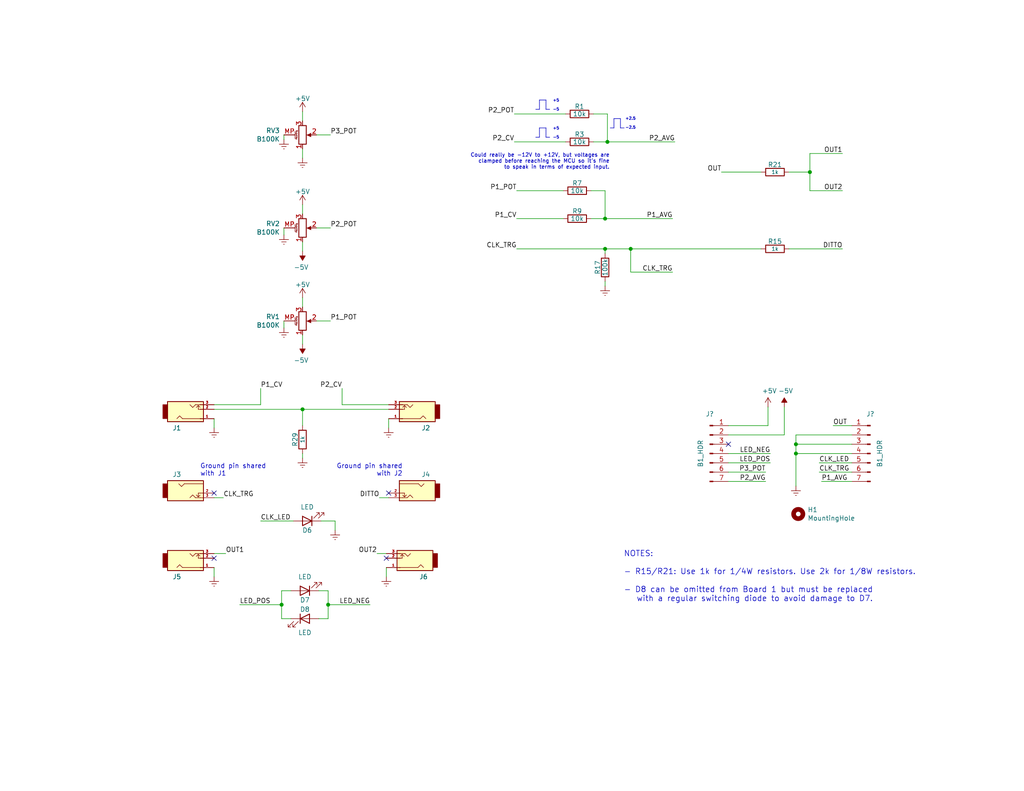
<source format=kicad_sch>
(kicad_sch (version 20230121) (generator eeschema)
  (paper "USLetter")
  (title_block (title "JoyfulNoise Tiny Utility Board - Board 1 - Peripheral Board") (date "2021-02-06") (rev "0.3") (company "Created by Ben Reeves") (comment 1 "This hardware is open source under CC BY-SA 4.0"))
  (lib_symbols
    (symbol "Device:LED" (pin_numbers hide) (pin_names (offset 1.016) hide)
      (property "Reference" "D" (at 0 2.54 0))
      (property "Value" "LED" (at 0 -2.54 0))
      (symbol "LED_0_1"
        (polyline (pts (xy -1.27 -1.27) (xy -1.27 1.27)) (stroke (width 0.254)))
        (polyline (pts (xy -1.27 0) (xy 1.27 0)))
        (polyline (pts (xy 1.27 -1.27) (xy 1.27 1.27) (xy -1.27 0) (xy 1.27 -1.27)) (stroke (width 0.254)))
        (polyline (pts (xy -3.048 -0.762) (xy -4.572 -2.286) (xy -3.81 -2.286) (xy -4.572 -2.286) (xy -4.572 -1.524)))
        (polyline (pts (xy -1.778 -0.762) (xy -3.302 -2.286) (xy -2.54 -2.286) (xy -3.302 -2.286) (xy -3.302 -1.524)))
      )
      (symbol "LED_1_1"
        (pin passive line (at -3.81 0 0) (length 2.54) (name "K") (number "1"))
        (pin passive line (at 3.81 0 180) (length 2.54) (name "A") (number "2"))
      )
    )
    (symbol "Device:R" (pin_numbers hide) (pin_names (offset 0))
      (property "Reference" "R" (at 2.032 0 90))
      (property "Value" "R" (at 0 0 90))
      (symbol "R_0_1"
        (rectangle (start -1.016 -2.54) (end 1.016 2.54) (stroke (width 0.254)))
      )
      (symbol "R_1_1"
        (pin passive line (at 0 3.81 270) (length 1.27) (name "~") (number "1"))
        (pin passive line (at 0 -3.81 90) (length 1.27) (name "~") (number "2"))
      )
    )
    (symbol "JNTUB-rescue:Conn_01x07_Male-Connector" (pin_names (offset 1.016) hide)
      (property "Reference" "J" (at 0 10.16 0))
      (property "Value" "Connector_Conn_01x07_Male" (at 0 -10.16 0))
      (symbol "Conn_01x07_Male-Connector_1_1"
        (polyline (pts (xy 1.27 -7.62) (xy 0.8636 -7.62)) (stroke (width 0.1524)))
        (polyline (pts (xy 1.27 -5.08) (xy 0.8636 -5.08)) (stroke (width 0.1524)))
        (polyline (pts (xy 1.27 -2.54) (xy 0.8636 -2.54)) (stroke (width 0.1524)))
        (polyline (pts (xy 1.27 0) (xy 0.8636 0)) (stroke (width 0.1524)))
        (polyline (pts (xy 1.27 2.54) (xy 0.8636 2.54)) (stroke (width 0.1524)))
        (polyline (pts (xy 1.27 5.08) (xy 0.8636 5.08)) (stroke (width 0.1524)))
        (polyline (pts (xy 1.27 7.62) (xy 0.8636 7.62)) (stroke (width 0.1524)))
        (rectangle (start 0.8636 -7.493) (end 0 -7.747) (stroke (width 0.1524)) (fill (type outline)))
        (rectangle (start 0.8636 -4.953) (end 0 -5.207) (stroke (width 0.1524)) (fill (type outline)))
        (rectangle (start 0.8636 -2.413) (end 0 -2.667) (stroke (width 0.1524)) (fill (type outline)))
        (rectangle (start 0.8636 0.127) (end 0 -0.127) (stroke (width 0.1524)) (fill (type outline)))
        (rectangle (start 0.8636 2.667) (end 0 2.413) (stroke (width 0.1524)) (fill (type outline)))
        (rectangle (start 0.8636 5.207) (end 0 4.953) (stroke (width 0.1524)) (fill (type outline)))
        (rectangle (start 0.8636 7.747) (end 0 7.493) (stroke (width 0.1524)) (fill (type outline)))
        (pin passive line (at 5.08 7.62 180) (length 3.81) (name "Pin_1") (number "1"))
        (pin passive line (at 5.08 5.08 180) (length 3.81) (name "Pin_2") (number "2"))
        (pin passive line (at 5.08 2.54 180) (length 3.81) (name "Pin_3") (number "3"))
        (pin passive line (at 5.08 0 180) (length 3.81) (name "Pin_4") (number "4"))
        (pin passive line (at 5.08 -2.54 180) (length 3.81) (name "Pin_5") (number "5"))
        (pin passive line (at 5.08 -5.08 180) (length 3.81) (name "Pin_6") (number "6"))
        (pin passive line (at 5.08 -7.62 180) (length 3.81) (name "Pin_7") (number "7"))
      )
    )
    (symbol "JNTUB-rescue:JACK_MONO-SDIY" (pin_names (offset 1.016))
      (property "Reference" "J" (at 1.27 -5.08 0))
      (property "Value" "SDIY_JACK_MONO" (at 3.81 3.81 0))
      (symbol "JACK_MONO-SDIY_0_1"
        (rectangle (start -1.27 1.27) (end -2.54 -2.54) (fill (type outline)))
        (polyline (pts (xy 6.35 1.27) (xy 7.62 1.27)))
        (polyline (pts (xy 7.112 0) (xy 7.62 0)))
        (polyline (pts (xy 2.794 -2.54) (xy 2.032 -1.778) (xy 1.27 -2.54)))
        (polyline (pts (xy 6.35 1.27) (xy 5.588 0.508) (xy 4.826 1.27)))
        (polyline (pts (xy 2.794 -2.54) (xy 7.874 -2.54) (xy 7.874 -2.54) (xy 7.874 -2.54)))
        (polyline (pts (xy 7.112 0) (xy 7.112 1.0668) (xy 6.5786 0.508) (xy 7.112 1.0668) (xy 7.5946 0.5588)))
        (rectangle (start 8.509 -3.3782) (end -1.27 2.1082) (stroke (width 0.254)) (fill (type background)))
      )
      (symbol "JACK_MONO-SDIY_1_1"
        (pin passive line (at 11.43 -2.54 180) (length 3.81) (name "~") (number "1"))
        (pin passive line (at 11.43 0 180) (length 3.81) (name "~") (number "2"))
        (pin passive line (at 11.43 1.27 180) (length 3.81) (name "~") (number "3"))
      )
    )
    (symbol "JNTUB-rescue:JACK_MONO_NoRing-SDIY" (pin_names (offset 1.016))
      (property "Reference" "J" (at 1.27 -5.08 0))
      (property "Value" "SDIY_JACK_MONO_NoRing" (at 3.81 3.81 0))
      (symbol "JACK_MONO_NoRing-SDIY_0_1"
        (rectangle (start -1.27 1.27) (end -2.54 -2.54) (fill (type outline)))
        (polyline (pts (xy 6.35 1.27) (xy 7.62 1.27)))
        (polyline (pts (xy 7.112 0) (xy 7.62 0)))
        (polyline (pts (xy 3.302 -2.54) (xy 2.54 -1.778) (xy 1.778 -2.54)))
        (polyline (pts (xy 6.35 1.27) (xy 5.588 0.508) (xy 4.826 1.27)))
        (polyline (pts (xy 3.302 -2.54) (xy 8.382 -2.54) (xy 8.382 -2.54) (xy 8.382 -2.54)))
        (polyline (pts (xy 7.112 0) (xy 7.112 1.0668) (xy 6.5786 0.508) (xy 7.112 1.0668) (xy 7.5946 0.5588)))
        (rectangle (start 8.509 -3.3782) (end -1.27 2.1082) (stroke (width 0.254)) (fill (type background)))
      )
      (symbol "JACK_MONO_NoRing-SDIY_1_1"
        (pin passive line (at 11.43 0 180) (length 3.81) (name "~") (number "2"))
        (pin passive line (at 11.43 1.27 180) (length 3.81) (name "~") (number "3"))
      )
    )
    (symbol "JNTUB-rescue:R_POT_MountingPin-Device" (pin_names (offset 1.016) hide)
      (property "Reference" "RV" (at -8.255 0 90))
      (property "Value" "Device_R_POT_MountingPin" (at -6.35 0 90))
      (symbol "R_POT_MountingPin-Device_0_1"
        (polyline (pts (xy 2.54 0) (xy 1.524 0)))
        (polyline (pts (xy 1.143 0) (xy 2.286 0.508) (xy 2.286 -0.508)) (fill (type outline)))
        (rectangle (start 1.016 2.54) (end -1.016 -2.54) (stroke (width 0.254)))
      )
      (symbol "R_POT_MountingPin-Device_1_1"
        (polyline (pts (xy -2.032 1.016) (xy -2.032 -1.016)) (stroke (width 0.1524)))
        (text "Mounting" (at -1.651 0 900) (effects (font (size 0.381 0.381))))
        (pin passive line (at 0 3.81 270) (length 1.27) (name "1") (number "1"))
        (pin passive line (at 3.81 0 180) (length 1.27) (name "2") (number "2"))
        (pin passive line (at 0 -3.81 90) (length 1.27) (name "3") (number "3"))
        (pin passive line (at -5.08 0 0) (length 3.048) (name "MountPin") (number "MP"))
      )
    )
    (symbol "Mechanical:MountingHole" (pin_names (offset 1.016))
      (property "Reference" "H" (at 0 5.08 0))
      (property "Value" "MountingHole" (at 0 3.175 0))
      (symbol "MountingHole_0_1"
        (circle (center 0 0) (radius 1.27) (stroke (width 1.27)))
      )
    )
    (symbol "power:+5V" (power) (pin_names (offset 0))
      (property "Value" "+5V" (at 0 3.556 0))
      (symbol "+5V_0_1"
        (polyline (pts (xy -0.762 1.27) (xy 0 2.54)))
        (polyline (pts (xy 0 0) (xy 0 2.54)))
        (polyline (pts (xy 0 2.54) (xy 0.762 1.27)))
      )
      (symbol "+5V_1_1"
        (pin power_in line (at 0 0 90) (length 0) hide (name "+5V") (number "1"))
      )
    )
    (symbol "power:-5V" (power) (pin_names (offset 0))
      (property "Value" "-5V" (at 0 3.81 0))
      (symbol "-5V_0_0"
        (pin power_in line (at 0 0 90) (length 0) hide (name "-5V") (number "1"))
      )
      (symbol "-5V_0_1"
        (polyline (pts (xy 0 0) (xy 0 1.27) (xy 0.762 1.27) (xy 0 2.54) (xy -0.762 1.27) (xy 0 1.27)) (fill (type outline)))
      )
    )
    (symbol "power:GNDREF" (power) (pin_names (offset 0))
      (property "Value" "GNDREF" (at 0 -3.81 0))
      (symbol "GNDREF_0_1"
        (polyline (pts (xy -0.635 -1.905) (xy 0.635 -1.905)))
        (polyline (pts (xy -0.127 -2.54) (xy 0.127 -2.54)))
        (polyline (pts (xy 0 -1.27) (xy 0 0)))
        (polyline (pts (xy 1.27 -1.27) (xy -1.27 -1.27)))
      )
      (symbol "GNDREF_1_1"
        (pin power_in line (at 0 0 270) (length 0) hide (name "GNDREF") (number "1"))
      )
    )
  )
  (junction (at 165.1 59.69))
  (junction (at 76.835 165.1))
  (junction (at 217.17 121.285))
  (junction (at 165.1 67.945))
  (junction (at 82.55 111.76))
  (junction (at 165.735 38.735))
  (junction (at 220.98 46.99))
  (junction (at 172.085 67.945))
  (junction (at 217.17 123.825))
  (junction (at 89.535 165.1))
  (no_connect (at 58.42 152.4))
  (no_connect (at 58.42 134.62))
  (no_connect (at 198.755 121.285))
  (no_connect (at 105.41 152.4))
  (no_connect (at 106.045 134.62))
  (polyline (pts (xy 147.193 37.465) (xy 146.177 37.465)))
  (polyline (pts (xy 149.987 37.465) (xy 148.971 37.465)))
  (wire (pts (xy 103.505 135.89) (xy 106.045 135.89)))
  (wire (pts (xy 213.995 118.745) (xy 213.995 111.125)))
  (wire (pts (xy 82.55 123.825) (xy 82.55 125.095)))
  (wire (pts (xy 77.47 36.83) (xy 77.47 38.1)))
  (wire (pts (xy 58.42 114.3) (xy 58.42 116.84)))
  (wire (pts (xy 82.55 111.76) (xy 82.55 116.205)))
  (wire (pts (xy 89.535 168.91) (xy 86.995 168.91)))
  (polyline (pts (xy 149.987 29.845) (xy 148.971 29.845)))
  (wire (pts (xy 165.1 67.945) (xy 165.1 69.215)))
  (wire (pts (xy 77.47 89.535) (xy 77.47 87.63)))
  (wire (pts (xy 80.01 142.24) (xy 71.12 142.24)))
  (polyline (pts (xy 148.971 27.305) (xy 147.193 27.305)))
  (wire (pts (xy 86.36 62.23) (xy 90.17 62.23)))
  (wire (pts (xy 165.735 38.735) (xy 184.15 38.735)))
  (wire (pts (xy 140.335 38.735) (xy 154.305 38.735)))
  (wire (pts (xy 82.55 55.88) (xy 82.55 58.42)))
  (wire (pts (xy 58.42 135.89) (xy 60.96 135.89)))
  (wire (pts (xy 232.41 121.285) (xy 217.17 121.285)))
  (wire (pts (xy 198.755 116.205) (xy 209.55 116.205)))
  (wire (pts (xy 93.345 106.045) (xy 93.345 110.49)))
  (polyline (pts (xy 170.307 34.925) (xy 169.291 34.925)))
  (wire (pts (xy 140.97 52.07) (xy 153.67 52.07)))
  (wire (pts (xy 89.535 161.29) (xy 86.995 161.29)))
  (wire (pts (xy 65.405 165.1) (xy 76.835 165.1)))
  (wire (pts (xy 208.915 131.445) (xy 198.755 131.445)))
  (wire (pts (xy 196.85 46.99) (xy 207.645 46.99)))
  (wire (pts (xy 105.41 154.94) (xy 105.41 157.48)))
  (polyline (pts (xy 169.291 32.385) (xy 167.513 32.385)))
  (wire (pts (xy 165.1 67.945) (xy 172.085 67.945)))
  (wire (pts (xy 224.155 131.445) (xy 232.41 131.445)))
  (wire (pts (xy 223.52 128.905) (xy 232.41 128.905)))
  (wire (pts (xy 220.98 52.07) (xy 229.87 52.07)))
  (wire (pts (xy 140.335 31.115) (xy 154.305 31.115)))
  (wire (pts (xy 82.55 66.04) (xy 82.55 68.58)))
  (polyline (pts (xy 148.971 29.845) (xy 148.971 27.305)))
  (wire (pts (xy 220.98 41.91) (xy 229.87 41.91)))
  (wire (pts (xy 232.41 126.365) (xy 223.52 126.365)))
  (wire (pts (xy 172.085 67.945) (xy 172.085 74.295)))
  (wire (pts (xy 161.925 31.115) (xy 165.735 31.115)))
  (wire (pts (xy 161.29 59.69) (xy 165.1 59.69)))
  (polyline (pts (xy 147.193 34.925) (xy 147.193 37.465)))
  (wire (pts (xy 58.42 154.94) (xy 58.42 157.48)))
  (wire (pts (xy 227.33 116.205) (xy 232.41 116.205)))
  (wire (pts (xy 76.835 168.91) (xy 79.375 168.91)))
  (wire (pts (xy 165.1 67.945) (xy 140.97 67.945)))
  (wire (pts (xy 165.1 59.69) (xy 183.515 59.69)))
  (wire (pts (xy 86.36 36.83) (xy 90.17 36.83)))
  (wire (pts (xy 217.17 121.285) (xy 217.17 118.745)))
  (wire (pts (xy 220.98 46.99) (xy 220.98 52.07)))
  (wire (pts (xy 165.1 76.835) (xy 165.1 78.105)))
  (wire (pts (xy 215.265 46.99) (xy 220.98 46.99)))
  (wire (pts (xy 89.535 161.29) (xy 89.535 165.1)))
  (polyline (pts (xy 147.193 27.305) (xy 147.193 29.845)))
  (wire (pts (xy 172.085 67.945) (xy 207.645 67.945)))
  (wire (pts (xy 105.41 151.13) (xy 102.87 151.13)))
  (wire (pts (xy 106.045 114.3) (xy 106.045 116.84)))
  (wire (pts (xy 209.55 111.125) (xy 209.55 116.205)))
  (polyline (pts (xy 147.193 29.845) (xy 146.177 29.845)))
  (wire (pts (xy 172.085 74.295) (xy 183.515 74.295)))
  (wire (pts (xy 198.755 126.365) (xy 210.185 126.365)))
  (polyline (pts (xy 167.513 34.925) (xy 166.497 34.925)))
  (wire (pts (xy 91.44 142.24) (xy 91.44 144.78)))
  (polyline (pts (xy 148.971 34.925) (xy 147.193 34.925)))
  (wire (pts (xy 217.17 123.825) (xy 232.41 123.825)))
  (wire (pts (xy 217.17 123.825) (xy 217.17 121.285)))
  (wire (pts (xy 161.29 52.07) (xy 165.1 52.07)))
  (wire (pts (xy 106.045 110.49) (xy 93.345 110.49)))
  (wire (pts (xy 198.755 128.905) (xy 208.915 128.905)))
  (wire (pts (xy 79.375 161.29) (xy 76.835 161.29)))
  (wire (pts (xy 71.12 110.49) (xy 71.12 106.045)))
  (wire (pts (xy 217.17 118.745) (xy 232.41 118.745)))
  (wire (pts (xy 77.47 64.135) (xy 77.47 62.23)))
  (wire (pts (xy 82.55 81.28) (xy 82.55 83.82)))
  (wire (pts (xy 82.55 111.76) (xy 106.045 111.76)))
  (polyline (pts (xy 148.971 37.465) (xy 148.971 34.925)))
  (wire (pts (xy 76.835 165.1) (xy 76.835 168.91)))
  (wire (pts (xy 140.97 59.69) (xy 153.67 59.69)))
  (wire (pts (xy 161.925 38.735) (xy 165.735 38.735)))
  (wire (pts (xy 82.55 91.44) (xy 82.55 93.98)))
  (wire (pts (xy 82.55 40.64) (xy 82.55 43.18)))
  (wire (pts (xy 165.735 31.115) (xy 165.735 38.735)))
  (wire (pts (xy 165.1 52.07) (xy 165.1 59.69)))
  (wire (pts (xy 76.835 161.29) (xy 76.835 165.1)))
  (wire (pts (xy 89.535 165.1) (xy 89.535 168.91)))
  (wire (pts (xy 86.36 87.63) (xy 90.17 87.63)))
  (wire (pts (xy 198.755 123.825) (xy 210.185 123.825)))
  (wire (pts (xy 58.42 111.76) (xy 82.55 111.76)))
  (wire (pts (xy 82.55 30.48) (xy 82.55 33.02)))
  (wire (pts (xy 220.98 46.99) (xy 220.98 41.91)))
  (wire (pts (xy 89.535 165.1) (xy 100.965 165.1)))
  (wire (pts (xy 87.63 142.24) (xy 91.44 142.24)))
  (wire (pts (xy 215.265 67.945) (xy 229.87 67.945)))
  (wire (pts (xy 58.42 151.13) (xy 61.595 151.13)))
  (wire (pts (xy 217.17 123.825) (xy 217.17 132.715)))
  (wire (pts (xy 198.755 118.745) (xy 213.995 118.745)))
  (polyline (pts (xy 169.291 34.925) (xy 169.291 32.385)))
  (polyline (pts (xy 167.513 32.385) (xy 167.513 34.925)))
  (wire (pts (xy 58.42 110.49) (xy 71.12 110.49)))
  (text "Ground pin shared\nwith J1" (at 54.61 130.175 0) (effects (font (size 1.27 1.27)) (justify left bottom)))
  (text "Could really be -12V to +12V, but voltages are\nclamped before reaching the MCU so it’s fine\nto speak in terms of expected input." (at 166.37 46.355 0) (effects (font (size 1.016 1.016)) (justify right bottom)))
  (text "+5\n\n-5" (at 152.654 38.1 0) (effects (font (size 0.762 0.762)) (justify right bottom)))
  (text "+5\n\n-5" (at 152.654 30.48 0) (effects (font (size 0.762 0.762)) (justify right bottom)))
  (text "Ground pin shared\nwith J2" (at 109.855 130.175 0) (effects (font (size 1.27 1.27)) (justify right bottom)))
  (text "NOTES:\n\n- R15/R21: Use 1k for 1/4W resistors. Use 2k for 1/8W resistors.\n\n- D8 can be omitted from Board 1 but must be replaced\n   with a regular switching diode to avoid damage to D7." (at 170.18 164.465 0) (effects (font (size 1.524 1.524)) (justify left bottom)))
  (text "+2.5\n\n-2.5" (at 170.561 35.433 0) (effects (font (size 0.762 0.762)) (justify left bottom)))
  (label "P1_POT" (at 140.97 52.07 180))
  (label "LED_POS" (at 210.185 126.365 180))
  (label "DITTO" (at 229.87 67.945 180))
  (label "LED_NEG" (at 100.965 165.1 180))
  (label "P2_POT" (at 140.335 31.115 180))
  (label "P1_CV" (at 71.12 106.045 0))
  (label "P1_AVG" (at 183.515 59.69 180))
  (label "OUT2" (at 102.87 151.13 180))
  (label "P2_CV" (at 93.345 106.045 180))
  (label "P2_POT" (at 90.17 62.23 0))
  (label "CLK_TRG" (at 183.515 74.295 180))
  (label "OUT1" (at 61.595 151.13 0))
  (label "CLK_TRG" (at 223.52 128.905 0))
  (label "P2_AVG" (at 208.915 131.445 180))
  (label "CLK_TRG" (at 60.96 135.89 0))
  (label "P3_POT" (at 90.17 36.83 0))
  (label "OUT1" (at 229.87 41.91 180))
  (label "P3_POT" (at 208.915 128.905 180))
  (label "OUT" (at 227.33 116.205 0))
  (label "CLK_TRG" (at 140.97 67.945 180))
  (label "P2_CV" (at 140.335 38.735 180))
  (label "P1_AVG" (at 224.155 131.445 0))
  (label "DITTO" (at 103.505 135.89 180))
  (label "LED_NEG" (at 210.185 123.825 180))
  (label "OUT2" (at 229.87 52.07 180))
  (label "OUT" (at 196.85 46.99 180))
  (label "LED_POS" (at 65.405 165.1 0))
  (label "CLK_LED" (at 71.12 142.24 0))
  (label "P2_AVG" (at 184.15 38.735 180))
  (label "P1_POT" (at 90.17 87.63 0))
  (label "CLK_LED" (at 223.52 126.365 0))
  (label "P1_CV" (at 140.97 59.69 180))
  (symbol (lib_id "power:GNDREF") (at 82.55 43.18 0) (unit 1)
    (property "Reference" "#PWR013" (effects hide))
    (property "Value" "GNDREF" (effects hide))
  )
  (symbol (lib_id "JNTUB-rescue:R_POT_MountingPin-Device") (at 82.55 36.83 0) (mirror x) (unit 1)
    (property "Reference" "RV3" (at 76.3778 35.6616 0) (effects (justify right)))
    (property "Value" "B100K" (at 76.3778 37.973 0) (effects (justify right)))
    (property "Footprint" "SDIY:Potentiometer_Alpha_9mm_WithGround" (effects hide))
    (property "Config" "-smtmfg" (effects hide))
    (property "Type" "Alpha 9mm Vertical Potentiometer" (effects hide))
  )
  (symbol (lib_id "power:+5V") (at 82.55 30.48 0) (unit 1)
    (property "Reference" "#PWR01" (effects hide))
    (property "Value" "+5V" (at 82.55 26.924 0))
  )
  (symbol (lib_id "JNTUB-rescue:R_POT_MountingPin-Device") (at 82.55 62.23 0) (mirror x) (unit 1)
    (property "Reference" "RV2" (at 76.3778 61.0616 0) (effects (justify right)))
    (property "Value" "B100K" (at 76.3778 63.373 0) (effects (justify right)))
    (property "Footprint" "SDIY:Potentiometer_Alpha_9mm_WithGround" (effects hide))
    (property "Config" "-smtmfg" (effects hide))
    (property "Type" "Alpha 9mm Vertical Potentiometer" (effects hide))
  )
  (symbol (lib_id "power:+5V") (at 82.55 55.88 0) (unit 1)
    (property "Reference" "#PWR02" (effects hide))
    (property "Value" "+5V" (at 82.55 52.324 0))
  )
  (symbol (lib_id "JNTUB-rescue:JACK_MONO-SDIY") (at 46.99 111.76 0) (unit 1)
    (property "Reference" "J1" (at 48.26 116.84 0))
    (property "Value" "3.5mm Mono Jack" (effects hide))
    (property "Footprint" "SDIY:PJ301M-12_Thonkiconn" (effects hide))
    (property "Config" "-smtmfg" (effects hide))
    (property "Type" "Thonkiconn Jack" (effects hide))
  )
  (symbol (lib_id "JNTUB-rescue:R_POT_MountingPin-Device") (at 82.55 87.63 0) (mirror x) (unit 1)
    (property "Reference" "RV1" (at 76.3778 86.4616 0) (effects (justify right)))
    (property "Value" "B100K" (at 76.3778 88.773 0) (effects (justify right)))
    (property "Footprint" "SDIY:Potentiometer_Alpha_9mm_WithGround" (effects hide))
    (property "Config" "-smtmfg" (effects hide))
    (property "Type" "Alpha 9mm Vertical Potentiometer" (effects hide))
  )
  (symbol (lib_id "power:+5V") (at 82.55 81.28 0) (unit 1)
    (property "Reference" "#PWR03" (effects hide))
    (property "Value" "+5V" (at 82.55 77.724 0))
  )
  (symbol (lib_id "JNTUB-rescue:JACK_MONO-SDIY") (at 117.475 111.76 0) (mirror y) (unit 1)
    (property "Reference" "J2" (at 116.205 116.84 0))
    (property "Value" "3.5mm Mono Jack" (effects hide))
    (property "Footprint" "SDIY:PJ301M-12_Thonkiconn" (effects hide))
    (property "Config" "-smtmfg" (effects hide))
    (property "Type" "Thonkiconn Jack" (effects hide))
  )
  (symbol (lib_id "JNTUB-rescue:JACK_MONO_NoRing-SDIY") (at 46.99 134.62 0) (mirror x) (unit 1)
    (property "Reference" "J3" (at 48.26 129.54 0))
    (property "Value" "3.5mm Mono Jack" (effects hide))
    (property "Footprint" "SDIY:PJ301M-12_Thonkiconn_NoGround" (effects hide))
    (property "Config" "-smtmfg" (effects hide))
    (property "Type" "Thonkiconn Jack" (effects hide))
  )
  (symbol (lib_id "JNTUB-rescue:JACK_MONO_NoRing-SDIY") (at 117.475 134.62 180) (unit 1)
    (property "Reference" "J4" (at 116.205 129.54 0))
    (property "Value" "3.5mm Mono Jack" (effects hide))
    (property "Footprint" "SDIY:PJ301M-12_Thonkiconn_NoGround" (effects hide))
    (property "Config" "-smtmfg" (effects hide))
    (property "Type" "Thonkiconn Jack" (effects hide))
  )
  (symbol (lib_id "power:GNDREF") (at 58.42 116.84 0) (unit 1)
    (property "Reference" "#PWR04" (effects hide))
    (property "Value" "GNDREF" (effects hide))
  )
  (symbol (lib_id "power:GNDREF") (at 106.045 116.84 0) (mirror y) (unit 1)
    (property "Reference" "#PWR05" (effects hide))
    (property "Value" "GNDREF" (effects hide))
  )
  (symbol (lib_id "JNTUB-rescue:JACK_MONO-SDIY") (at 46.99 152.4 0) (unit 1)
    (property "Reference" "J5" (at 48.26 157.48 0))
    (property "Value" "3.5mm Mono Jack" (effects hide))
    (property "Footprint" "SDIY:PJ301M-12_Thonkiconn" (effects hide))
    (property "Config" "-smtmfg" (effects hide))
    (property "Type" "Thonkiconn Jack" (effects hide))
  )
  (symbol (lib_id "JNTUB-rescue:JACK_MONO-SDIY") (at 116.84 152.4 0) (mirror y) (unit 1)
    (property "Reference" "J6" (at 115.57 157.48 0))
    (property "Value" "3.5mm Mono Jack" (effects hide))
    (property "Footprint" "SDIY:PJ301M-12_Thonkiconn" (effects hide))
    (property "Config" "-smtmfg" (effects hide))
    (property "Type" "Thonkiconn Jack" (effects hide))
  )
  (symbol (lib_id "power:GNDREF") (at 105.41 157.48 0) (mirror y) (unit 1)
    (property "Reference" "#PWR08" (effects hide))
    (property "Value" "GNDREF" (effects hide))
  )
  (symbol (lib_id "power:GNDREF") (at 58.42 157.48 0) (unit 1)
    (property "Reference" "#PWR09" (effects hide))
    (property "Value" "GNDREF" (effects hide))
  )
  (symbol (lib_id "Device:LED") (at 83.82 142.24 180) (unit 1)
    (property "Reference" "D6" (at 83.82 144.78 0))
    (property "Value" "LED" (at 83.82 138.43 0))
    (property "Footprint" "LEDs:LED_D3.0mm" (effects hide))
    (property "Config" "-smtmfg" (effects hide))
    (property "Type" "3mm LED" (effects hide))
  )
  (symbol (lib_id "power:GNDREF") (at 91.44 144.78 0) (unit 1)
    (property "Reference" "#PWR015" (effects hide))
    (property "Value" "GNDREF" (effects hide))
  )
  (symbol (lib_id "Device:LED") (at 83.185 161.29 180) (unit 1)
    (property "Reference" "D7" (at 83.185 163.83 0))
    (property "Value" "LED" (at 83.185 157.48 0))
    (property "Footprint" "LEDs:LED_D3.0mm" (effects hide))
    (property "Config" "-smtmfg" (effects hide))
    (property "Type" "3mm LED" (effects hide))
  )
  (symbol (lib_id "Device:LED") (at 83.185 168.91 0) (unit 1)
    (property "Reference" "D8" (at 83.185 166.37 0))
    (property "Value" "LED" (at 83.185 172.72 0))
    (property "Footprint" "LEDs:LED_D3.0mm" (effects hide))
    (property "Config" "-smtmfg" (effects hide))
    (property "Type" "3mm LED" (effects hide))
  )
  (symbol (lib_id "power:GNDREF") (at 77.47 38.1 0) (unit 1)
    (property "Reference" "#PWR0119" (effects hide))
    (property "Value" "GNDREF" (effects hide))
  )
  (symbol (lib_id "power:GNDREF") (at 77.47 64.135 0) (unit 1)
    (property "Reference" "#PWR0123" (effects hide))
    (property "Value" "GNDREF" (effects hide))
  )
  (symbol (lib_id "power:GNDREF") (at 77.47 89.535 0) (unit 1)
    (property "Reference" "#PWR0124" (effects hide))
    (property "Value" "GNDREF" (effects hide))
  )
  (symbol (lib_id "Mechanical:MountingHole") (at 217.805 140.335 0) (unit 1) (in_bom no)
    (property "Reference" "H1" (at 220.345 139.1666 0) (effects (justify left)))
    (property "Value" "MountingHole" (at 220.345 141.478 0) (effects (justify left)))
    (property "Footprint" "Mounting_Holes:MountingHole_3.2mm_M3" (effects hide))
    (property "Exclude" "Yes" (effects hide))
    (property "Config" "do not fit" (effects hide))
  )
  (symbol (lib_id "Device:R") (at 158.115 38.735 270) (mirror x) (unit 1)
    (property "Reference" "R3" (at 158.115 36.703 90))
    (property "Value" "10k" (at 158.115 38.735 90))
    (property "Footprint" "Resistor_THT:R_Axial_DIN0204_L3.6mm_D1.6mm_P7.62mm_Horizontal" (effects hide))
    (property "Tolerance" "1%" (effects hide))
    (property "LCSC" "C17414" (effects hide))
    (property "SMT Place" "Yes" (effects hide))
    (property "SMT package" "R_0805" (effects hide))
    (property "Type" "1% Metal Film Resistor" (effects hide))
    (instances (project "JNTUB" (path "" (reference "R3") (unit 1)) (path "" (reference "R?") (unit 1))))
  )
  (symbol (lib_id "Device:R") (at 158.115 31.115 270) (mirror x) (unit 1)
    (property "Reference" "R1" (at 158.115 29.083 90))
    (property "Value" "10k" (at 158.115 31.115 90))
    (property "Footprint" "Resistor_THT:R_Axial_DIN0204_L3.6mm_D1.6mm_P7.62mm_Horizontal" (effects hide))
    (property "Tolerance" "1%" (effects hide))
    (property "LCSC" "C17414" (effects hide))
    (property "SMT Place" "Yes" (effects hide))
    (property "SMT package" "R_0805" (effects hide))
    (property "Type" "1% Metal Film Resistor" (effects hide))
    (instances (project "JNTUB" (path "" (reference "R1") (unit 1)) (path "" (reference "R?") (unit 1))))
  )
  (symbol (lib_id "Device:R") (at 157.48 59.69 90) (unit 1)
    (property "Reference" "R9" (at 157.48 57.658 90))
    (property "Value" "10k" (at 157.48 59.69 90))
    (property "Footprint" "Resistor_THT:R_Axial_DIN0204_L3.6mm_D1.6mm_P7.62mm_Horizontal" (effects hide))
    (property "Tolerance" "1%" (effects hide))
    (property "LCSC" "C17414" (effects hide))
    (property "SMT Place" "Yes" (effects hide))
    (property "SMT package" "R_0805" (effects hide))
    (property "Type" "1% Metal Film Resistor" (effects hide))
    (instances (project "JNTUB" (path "" (reference "R9") (unit 1)) (path "" (reference "R?") (unit 1))))
  )
  (symbol (lib_id "Device:R") (at 157.48 52.07 90) (unit 1)
    (property "Reference" "R7" (at 157.48 50.038 90))
    (property "Value" "10k" (at 157.48 52.07 90))
    (property "Footprint" "Resistor_THT:R_Axial_DIN0204_L3.6mm_D1.6mm_P7.62mm_Horizontal" (effects hide))
    (property "Tolerance" "1%" (effects hide))
    (property "LCSC" "C17414" (effects hide))
    (property "SMT Place" "Yes" (effects hide))
    (property "SMT package" "R_0805" (effects hide))
    (property "Type" "1% Metal Film Resistor" (effects hide))
    (instances (project "JNTUB" (path "" (reference "R7") (unit 1)) (path "" (reference "R?") (unit 1))))
  )
  (symbol (lib_id "power:+5V") (at 209.55 111.125 0) (unit 1)
    (property "Reference" "#PWR0104" (effects hide))
    (property "Value" "+5V" (at 209.931 106.7308 0))
    (instances (project "JNTUB" (path "" (reference "#PWR0104") (unit 1)) (path "" (reference "#PWR?") (unit 1))))
  )
  (symbol (lib_id "power:GNDREF") (at 217.17 132.715 0) (unit 1)
    (property "Reference" "#PWR0106" (effects hide))
    (property "Value" "GNDREF" (effects hide))
    (instances (project "JNTUB" (path "" (reference "#PWR0106") (unit 1)) (path "" (reference "#PWR?") (unit 1))))
  )
  (symbol (lib_id "power:-5V") (at 213.995 111.125 0) (unit 1)
    (property "Reference" "#PWR0109" (effects hide))
    (property "Value" "-5V" (at 214.376 106.7308 0))
    (instances (project "JNTUB" (path "" (reference "#PWR0109") (unit 1)) (path "" (reference "#PWR?") (unit 1))))
  )
  (symbol (lib_id "Device:R") (at 165.1 73.025 180) (unit 1)
    (property "Reference" "R17" (at 163.068 73.025 90))
    (property "Value" "100k" (at 165.1 73.025 90))
    (property "Footprint" "Resistor_THT:R_Axial_DIN0204_L3.6mm_D1.6mm_P2.54mm_Vertical" (effects hide))
    (property "SMT Place" "Yes" (effects hide))
    (property "LCSC" "C149504" (effects hide))
    (property "SMT package" "R_0805" (effects hide))
    (property "Type" "5% Carbon Film Resistor" (effects hide))
    (instances (project "JNTUB" (path "" (reference "R17") (unit 1)) (path "" (reference "R?") (unit 1))))
  )
  (symbol (lib_id "power:GNDREF") (at 165.1 78.105 0) (unit 1)
    (property "Reference" "#PWR0110" (effects hide))
    (property "Value" "GNDREF" (effects hide))
    (instances (project "JNTUB" (path "" (reference "#PWR0110") (unit 1)) (path "" (reference "#PWR?") (unit 1))))
  )
  (symbol (lib_id "Device:R") (at 211.455 46.99 270) (mirror x) (unit 1)
    (property "Reference" "R21" (at 211.455 44.958 90))
    (property "Value" "1k" (at 211.455 46.99 90) (effects (font (size 1.016 1.016))))
    (property "Footprint" "Resistor_THT:R_Axial_DIN0204_L3.6mm_D1.6mm_P2.54mm_Vertical" (effects hide))
    (property "Note" "1k 1/4W (C4410 \"1206\") or 2k 1/8W (C17604 \"0805\")" (effects hide))
    (property "Power Rating" "1/4W" (effects hide))
    (property "SMT Place" "Yes" (effects hide))
    (property "LCSC" "C4410" (effects hide))
    (property "SMT Note" "1206 1/4W" (effects hide))
    (property "SMT package" "R_0805 or R_1206" (effects hide))
    (property "Type" "5% Resistor" (effects hide))
    (instances (project "JNTUB" (path "" (reference "R21") (unit 1)) (path "" (reference "R?") (unit 1))))
  )
  (symbol (lib_id "Device:R") (at 82.55 120.015 180) (unit 1)
    (property "Reference" "R29" (at 80.518 120.015 90))
    (property "Value" "1k" (at 82.55 120.015 90) (effects (font (size 1.016 1.016))))
    (property "Footprint" "Resistor_THT:R_Axial_DIN0204_L3.6mm_D1.6mm_P7.62mm_Horizontal" (effects hide))
    (property "Note" "1k 1/4W (C4410 \"1206\") or 2k 1/8W (C17604 \"0805\")" (effects hide))
    (property "Power Rating" "1/4W" (effects hide))
    (property "SMT Place" "Yes" (effects hide))
    (property "LCSC" "C4410" (effects hide))
    (property "SMT Note" "1206 1/4W" (effects hide))
    (property "SMT package" "R_0805 or R_1206" (effects hide))
    (property "Type" "5% Resistor" (effects hide))
    (instances (project "JNTUB" (path "" (reference "R29") (unit 1)) (path "" (reference "R?") (unit 1))))
  )
  (symbol (lib_id "power:GNDREF") (at 82.55 125.095 0) (unit 1)
    (property "Reference" "#PWR014" (effects hide))
    (property "Value" "GNDREF" (effects hide))
  )
  (symbol (lib_id "power:-5V") (at 82.55 68.58 180) (unit 1)
    (property "Reference" "#PWR0107" (effects hide))
    (property "Value" "-5V" (at 82.169 72.9742 0))
  )
  (symbol (lib_id "power:-5V") (at 82.55 93.98 180) (unit 1)
    (property "Reference" "#PWR0108" (effects hide))
    (property "Value" "-5V" (at 82.169 98.3742 0))
  )
  (symbol (lib_id "Device:R") (at 211.455 67.945 90) (unit 1)
    (property "Reference" "R15" (at 211.455 65.913 90))
    (property "Value" "1k" (at 211.455 67.945 90) (effects (font (size 1.016 1.016))))
    (property "Footprint" "Resistor_THT:R_Axial_DIN0204_L3.6mm_D1.6mm_P2.54mm_Vertical" (effects hide))
    (property "Note" "1k 1/4W (C4410 \"1206\") or 2k 1/8W (C17604 \"0805\")" (effects hide))
    (property "Power Rating" "1/4W" (effects hide))
    (property "SMT Place" "Yes" (effects hide))
    (property "LCSC" "C4410" (effects hide))
    (property "SMT Note" "1206 1/4W" (effects hide))
    (property "SMT package" "R_0805 or R_1206" (effects hide))
    (property "Type" "5% Resistor" (effects hide))
    (instances (project "JNTUB" (path "" (reference "R15") (unit 1)) (path "" (reference "R?") (unit 1))))
  )
  (symbol (lib_id "JNTUB-rescue:Conn_01x07_Male-Connector") (at 193.675 123.825 0) (unit 1)
    (property "Reference" "J?" (at 193.675 113.03 0))
    (property "Value" "B1_HDR" (at 191.135 123.825 90))
    (property "Footprint" "Pin_Headers:Pin_Header_Straight_1x07_Pitch2.54mm" (effects hide))
    (property "Config" "-smtmfg" (effects hide))
    (property "Type" "1x7 Male Pin Header" (effects hide))
    (instances (project "JNTUB" (path "" (reference "J?") (unit 1)) (path "" (reference "J?") (unit 1)) (path "" (reference "J7") (unit 1))))
  )
  (symbol (lib_id "JNTUB-rescue:Conn_01x07_Male-Connector") (at 237.49 123.825 0) (mirror y) (unit 1)
    (property "Reference" "J?" (at 237.49 113.03 0))
    (property "Value" "B1_HDR" (at 240.03 123.825 90))
    (property "Footprint" "Pin_Headers:Pin_Header_Straight_1x07_Pitch2.54mm" (effects hide))
    (property "Config" "-smtmfg" (effects hide))
    (property "Type" "1x7 Male Pin Header" (effects hide))
    (instances (project "JNTUB" (path "" (reference "J?") (unit 1)) (path "" (reference "J?") (unit 1)) (path "" (reference "J8") (unit 1))))
  )
)
</source>
